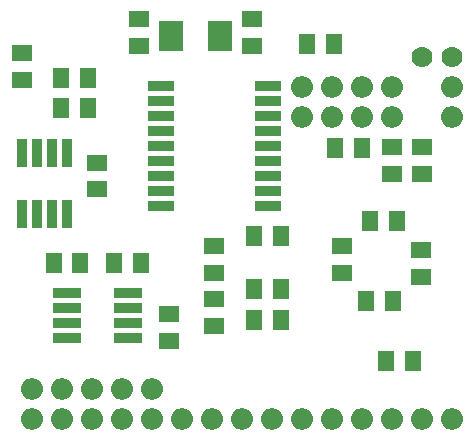
<source format=gbr>
G04 GENERATED BY PULSONIX 7.6 GERBER.DLL 5220*
%INSTM100_V2*%
%LNSOLDER MASK BOTTOM*%
%FSLAX35Y35*%
%IPPOS*%
%LPD*%
%OFA0B0*%
%MOMM*%
%ADD93R,1.75400X1.45400*%
%ADD94R,1.45400X1.75400*%
%ADD99C,1.77800*%
%ADD103O,1.85400X1.85400*%
%ADD104O,1.85400X1.85400*%
%ADD105R,2.23400X0.81400*%
%ADD136R,0.85400X2.45400*%
%ADD172R,2.45400X0.85400*%
%ADD256R,2.15400X2.65400*%
X0Y0D02*
D02*
D93*
X250240Y3282490D03*
Y3509990D03*
X890240Y2354490D03*
Y2581990D03*
X1242240Y3570490D03*
Y3797990D03*
X1498240Y1074490D03*
Y1301990D03*
X1882240Y1202490D03*
Y1429990D03*
Y1650490D03*
Y1877990D03*
X2202240Y3570490D03*
Y3797990D03*
X2964115Y1649115D03*
Y1876615D03*
X3386240Y2482490D03*
Y2709990D03*
X3632677Y1617177D03*
Y1844677D03*
X3642240Y2482490D03*
Y2709990D03*
D02*
D94*
X520490Y1732240D03*
X584490Y3044240D03*
Y3300240D03*
X747990Y1732240D03*
X811990Y3044240D03*
Y3300240D03*
X1032490Y1732240D03*
X1259990D03*
X2216490Y1252240D03*
Y1508240D03*
Y1956240D03*
X2443990Y1252240D03*
Y1508240D03*
Y1956240D03*
X2664490Y3588240D03*
X2891990D03*
X2905490Y2704240D03*
X3132990D03*
X3167302Y1408740D03*
X3202740Y2083552D03*
X3336490Y900240D03*
X3394802Y1408740D03*
X3430240Y2083552D03*
X3563990Y900240D03*
D02*
D99*
X3640240Y3477240D03*
X3894240D03*
D02*
D103*
X338240Y669240D03*
X592240D03*
X846240D03*
X1100240D03*
X2624240Y2969240D03*
Y3223240D03*
X2878240Y2969240D03*
Y3223240D03*
X3132240Y2969240D03*
Y3223240D03*
X3386240Y2969240D03*
Y3223240D03*
D02*
D104*
X338240Y414748D03*
X592240D03*
X846240D03*
X1100240D03*
X1354240D03*
Y669240D03*
X1608240Y414748D03*
X1862240D03*
X2116240D03*
X2370240D03*
X2624240D03*
X2878240D03*
X3132240D03*
X3386240D03*
X3640240D03*
X3894240D03*
Y2969240D03*
Y3223240D03*
D02*
D105*
X1429932Y3231744D03*
X1430120Y2216012D03*
Y2343012D03*
Y2470012D03*
Y2597012D03*
Y2724012D03*
Y2851012D03*
Y2978012D03*
Y3105012D03*
X2333815Y3231744D03*
X2334360Y2216012D03*
Y2343012D03*
Y2470012D03*
Y2597012D03*
Y2724012D03*
Y2851012D03*
Y2978012D03*
Y3105012D03*
D02*
D136*
X251740Y2144246D03*
Y2664234D03*
X378740Y2144246D03*
Y2664234D03*
X505740Y2144246D03*
Y2664234D03*
X632740Y2144246D03*
Y2664234D03*
D02*
D172*
X630246Y1093740D03*
Y1220740D03*
Y1347740D03*
Y1474740D03*
X1150234Y1093740D03*
Y1220740D03*
Y1347740D03*
Y1474740D03*
D02*
D256*
X1516981Y3652116D03*
X1927003D03*
X0Y0D02*
M02*

</source>
